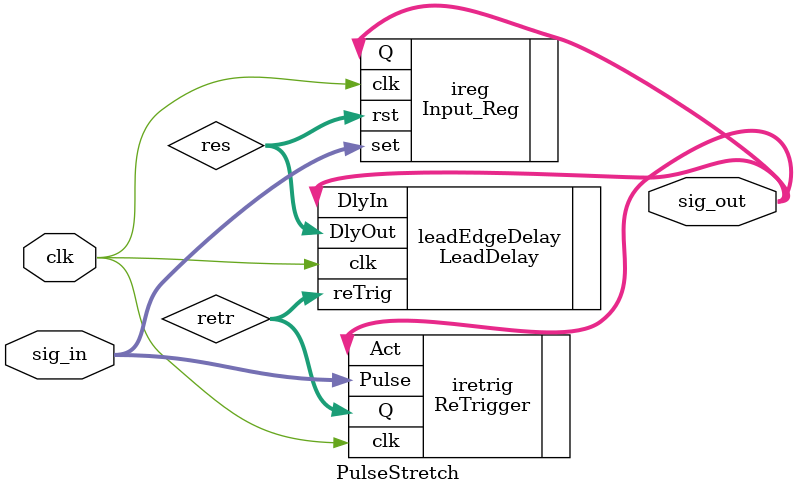
<source format=v>
`timescale 1ns / 1ps


module PulseStretch#(
 parameter STAGES=4,
 parameter WIDTH=48
 )(
    input [WIDTH-1:0] sig_in,
    input clk,
    output [WIDTH-1:0] sig_out
    );
    
    wire [WIDTH-1:0] res,InLtch,retr;
//    wire clk;
    
    Input_Reg #(
        .WIDTH(WIDTH)
        )ireg(  //Input latch for rising edges
    .set(sig_in[WIDTH-1:0]),
    .rst(res),
    .clk(clk),
    .Q(sig_out)
    );
    
    ReTrigger #(
        .WIDTH(WIDTH)
        )iretrig(  //Create retriggerability
    .Pulse(sig_in[WIDTH-1:0]),
    .Act(sig_out),
    .clk(clk),
    .Q(retr)
    );
    
    LeadDelay #(   // Pulse width extrension, using 200MHz clock.
     .STAGES(STAGES),  //Number of 5ns increments for delay
     .WIDTH(WIDTH)
     )leadEdgeDelay(
        .DlyIn(sig_out),
        .reTrig(retr),    
        .DlyOut(res),
        .clk(clk)
        );
endmodule

</source>
